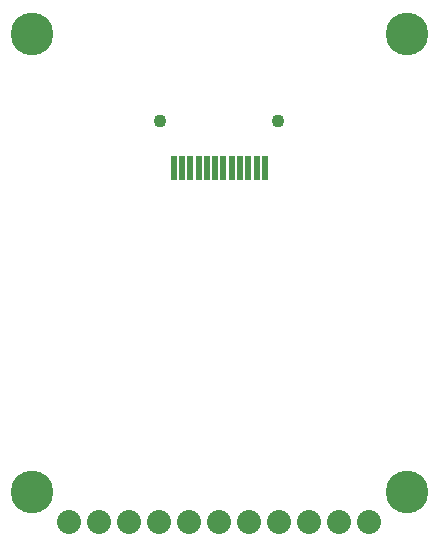
<source format=gbr>
G04 EAGLE Gerber RS-274X export*
G75*
%MOMM*%
%FSLAX34Y34*%
%LPD*%
%INSoldermask Bottom*%
%IPPOS*%
%AMOC8*
5,1,8,0,0,1.08239X$1,22.5*%
G01*
%ADD10C,3.617600*%
%ADD11R,0.501600X2.101600*%
%ADD12C,1.101600*%
%ADD13C,2.032000*%


D10*
X317500Y431800D03*
X0Y431800D03*
X317500Y44450D03*
X0Y44450D03*
D11*
X120250Y318600D03*
X127250Y318600D03*
X134250Y318600D03*
X141250Y318600D03*
X148250Y318600D03*
X155250Y318600D03*
X162250Y318600D03*
X169250Y318600D03*
X176250Y318600D03*
X183250Y318600D03*
X190250Y318600D03*
X197250Y318600D03*
D12*
X108750Y358600D03*
X208750Y358600D03*
D13*
X285750Y19050D03*
X260350Y19050D03*
X234950Y19050D03*
X209550Y19050D03*
X184150Y19050D03*
X158750Y19050D03*
X133350Y19050D03*
X107950Y19050D03*
X82550Y19050D03*
X57150Y19050D03*
X31750Y19050D03*
M02*

</source>
